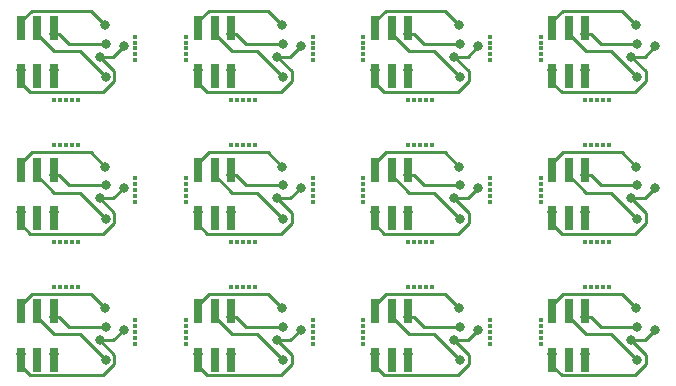
<source format=gbr>
G04 #@! TF.GenerationSoftware,KiCad,Pcbnew,5.0.2-bee76a0~70~ubuntu18.04.1*
G04 #@! TF.CreationDate,2020-01-30T22:42:59+01:00*
G04 #@! TF.ProjectId,schmitt_trigger_adapter,7363686d-6974-4745-9f74-726967676572,rev?*
G04 #@! TF.SameCoordinates,Original*
G04 #@! TF.FileFunction,Copper,L1,Top*
G04 #@! TF.FilePolarity,Positive*
%FSLAX46Y46*%
G04 Gerber Fmt 4.6, Leading zero omitted, Abs format (unit mm)*
G04 Created by KiCad (PCBNEW 5.0.2-bee76a0~70~ubuntu18.04.1) date Thu 30 Jan 2020 10:42:59 PM CET*
%MOMM*%
%LPD*%
G01*
G04 APERTURE LIST*
G04 #@! TA.AperFunction,SMDPad,CuDef*
%ADD10R,0.700000X2.000000*%
G04 #@! TD*
G04 #@! TA.AperFunction,ViaPad*
%ADD11C,0.410000*%
G04 #@! TD*
G04 #@! TA.AperFunction,ViaPad*
%ADD12C,0.800000*%
G04 #@! TD*
G04 #@! TA.AperFunction,Conductor*
%ADD13C,0.250000*%
G04 #@! TD*
G04 APERTURE END LIST*
D10*
G04 #@! TO.P,J1,1*
G04 #@! TO.N,+3V3*
X181700000Y-97950000D03*
G04 #@! TO.P,J1,2*
G04 #@! TO.N,/E1_filtered*
X180300000Y-97950000D03*
G04 #@! TO.P,J1,3*
G04 #@! TO.N,/E0_filtered*
X178900000Y-97950000D03*
G04 #@! TO.P,J1,4*
G04 #@! TO.N,GND*
X178900000Y-102050000D03*
G04 #@! TO.P,J1,6*
G04 #@! TO.N,/LED*
X181700000Y-102050000D03*
G04 #@! TO.P,J1,5*
G04 #@! TO.N,Net-(J1-Pad5)*
X180300000Y-102050000D03*
G04 #@! TD*
G04 #@! TO.P,J1,1*
G04 #@! TO.N,+3V3*
X166700000Y-97950000D03*
G04 #@! TO.P,J1,2*
G04 #@! TO.N,/E1_filtered*
X165300000Y-97950000D03*
G04 #@! TO.P,J1,3*
G04 #@! TO.N,/E0_filtered*
X163900000Y-97950000D03*
G04 #@! TO.P,J1,4*
G04 #@! TO.N,GND*
X163900000Y-102050000D03*
G04 #@! TO.P,J1,6*
G04 #@! TO.N,/LED*
X166700000Y-102050000D03*
G04 #@! TO.P,J1,5*
G04 #@! TO.N,Net-(J1-Pad5)*
X165300000Y-102050000D03*
G04 #@! TD*
G04 #@! TO.P,J1,1*
G04 #@! TO.N,+3V3*
X151700000Y-97950000D03*
G04 #@! TO.P,J1,2*
G04 #@! TO.N,/E1_filtered*
X150300000Y-97950000D03*
G04 #@! TO.P,J1,3*
G04 #@! TO.N,/E0_filtered*
X148900000Y-97950000D03*
G04 #@! TO.P,J1,4*
G04 #@! TO.N,GND*
X148900000Y-102050000D03*
G04 #@! TO.P,J1,6*
G04 #@! TO.N,/LED*
X151700000Y-102050000D03*
G04 #@! TO.P,J1,5*
G04 #@! TO.N,Net-(J1-Pad5)*
X150300000Y-102050000D03*
G04 #@! TD*
G04 #@! TO.P,J1,1*
G04 #@! TO.N,+3V3*
X136700000Y-97950000D03*
G04 #@! TO.P,J1,2*
G04 #@! TO.N,/E1_filtered*
X135300000Y-97950000D03*
G04 #@! TO.P,J1,3*
G04 #@! TO.N,/E0_filtered*
X133900000Y-97950000D03*
G04 #@! TO.P,J1,4*
G04 #@! TO.N,GND*
X133900000Y-102050000D03*
G04 #@! TO.P,J1,6*
G04 #@! TO.N,/LED*
X136700000Y-102050000D03*
G04 #@! TO.P,J1,5*
G04 #@! TO.N,Net-(J1-Pad5)*
X135300000Y-102050000D03*
G04 #@! TD*
G04 #@! TO.P,J1,1*
G04 #@! TO.N,+3V3*
X181700000Y-85950000D03*
G04 #@! TO.P,J1,2*
G04 #@! TO.N,/E1_filtered*
X180300000Y-85950000D03*
G04 #@! TO.P,J1,3*
G04 #@! TO.N,/E0_filtered*
X178900000Y-85950000D03*
G04 #@! TO.P,J1,4*
G04 #@! TO.N,GND*
X178900000Y-90050000D03*
G04 #@! TO.P,J1,6*
G04 #@! TO.N,/LED*
X181700000Y-90050000D03*
G04 #@! TO.P,J1,5*
G04 #@! TO.N,Net-(J1-Pad5)*
X180300000Y-90050000D03*
G04 #@! TD*
G04 #@! TO.P,J1,1*
G04 #@! TO.N,+3V3*
X166700000Y-85950000D03*
G04 #@! TO.P,J1,2*
G04 #@! TO.N,/E1_filtered*
X165300000Y-85950000D03*
G04 #@! TO.P,J1,3*
G04 #@! TO.N,/E0_filtered*
X163900000Y-85950000D03*
G04 #@! TO.P,J1,4*
G04 #@! TO.N,GND*
X163900000Y-90050000D03*
G04 #@! TO.P,J1,6*
G04 #@! TO.N,/LED*
X166700000Y-90050000D03*
G04 #@! TO.P,J1,5*
G04 #@! TO.N,Net-(J1-Pad5)*
X165300000Y-90050000D03*
G04 #@! TD*
G04 #@! TO.P,J1,1*
G04 #@! TO.N,+3V3*
X151700000Y-85950000D03*
G04 #@! TO.P,J1,2*
G04 #@! TO.N,/E1_filtered*
X150300000Y-85950000D03*
G04 #@! TO.P,J1,3*
G04 #@! TO.N,/E0_filtered*
X148900000Y-85950000D03*
G04 #@! TO.P,J1,4*
G04 #@! TO.N,GND*
X148900000Y-90050000D03*
G04 #@! TO.P,J1,6*
G04 #@! TO.N,/LED*
X151700000Y-90050000D03*
G04 #@! TO.P,J1,5*
G04 #@! TO.N,Net-(J1-Pad5)*
X150300000Y-90050000D03*
G04 #@! TD*
G04 #@! TO.P,J1,1*
G04 #@! TO.N,+3V3*
X136700000Y-85950000D03*
G04 #@! TO.P,J1,2*
G04 #@! TO.N,/E1_filtered*
X135300000Y-85950000D03*
G04 #@! TO.P,J1,3*
G04 #@! TO.N,/E0_filtered*
X133900000Y-85950000D03*
G04 #@! TO.P,J1,4*
G04 #@! TO.N,GND*
X133900000Y-90050000D03*
G04 #@! TO.P,J1,6*
G04 #@! TO.N,/LED*
X136700000Y-90050000D03*
G04 #@! TO.P,J1,5*
G04 #@! TO.N,Net-(J1-Pad5)*
X135300000Y-90050000D03*
G04 #@! TD*
G04 #@! TO.P,J1,1*
G04 #@! TO.N,+3V3*
X181700000Y-73950000D03*
G04 #@! TO.P,J1,2*
G04 #@! TO.N,/E1_filtered*
X180300000Y-73950000D03*
G04 #@! TO.P,J1,3*
G04 #@! TO.N,/E0_filtered*
X178900000Y-73950000D03*
G04 #@! TO.P,J1,4*
G04 #@! TO.N,GND*
X178900000Y-78050000D03*
G04 #@! TO.P,J1,6*
G04 #@! TO.N,/LED*
X181700000Y-78050000D03*
G04 #@! TO.P,J1,5*
G04 #@! TO.N,Net-(J1-Pad5)*
X180300000Y-78050000D03*
G04 #@! TD*
G04 #@! TO.P,J1,1*
G04 #@! TO.N,+3V3*
X166700000Y-73950000D03*
G04 #@! TO.P,J1,2*
G04 #@! TO.N,/E1_filtered*
X165300000Y-73950000D03*
G04 #@! TO.P,J1,3*
G04 #@! TO.N,/E0_filtered*
X163900000Y-73950000D03*
G04 #@! TO.P,J1,4*
G04 #@! TO.N,GND*
X163900000Y-78050000D03*
G04 #@! TO.P,J1,6*
G04 #@! TO.N,/LED*
X166700000Y-78050000D03*
G04 #@! TO.P,J1,5*
G04 #@! TO.N,Net-(J1-Pad5)*
X165300000Y-78050000D03*
G04 #@! TD*
G04 #@! TO.P,J1,1*
G04 #@! TO.N,+3V3*
X151700000Y-73950000D03*
G04 #@! TO.P,J1,2*
G04 #@! TO.N,/E1_filtered*
X150300000Y-73950000D03*
G04 #@! TO.P,J1,3*
G04 #@! TO.N,/E0_filtered*
X148900000Y-73950000D03*
G04 #@! TO.P,J1,4*
G04 #@! TO.N,GND*
X148900000Y-78050000D03*
G04 #@! TO.P,J1,6*
G04 #@! TO.N,/LED*
X151700000Y-78050000D03*
G04 #@! TO.P,J1,5*
G04 #@! TO.N,Net-(J1-Pad5)*
X150300000Y-78050000D03*
G04 #@! TD*
G04 #@! TO.P,J1,5*
G04 #@! TO.N,Net-(J1-Pad5)*
X135300000Y-78050000D03*
G04 #@! TO.P,J1,6*
G04 #@! TO.N,/LED*
X136700000Y-78050000D03*
G04 #@! TO.P,J1,4*
G04 #@! TO.N,GND*
X133900000Y-78050000D03*
G04 #@! TO.P,J1,3*
G04 #@! TO.N,/E0_filtered*
X133900000Y-73950000D03*
G04 #@! TO.P,J1,2*
G04 #@! TO.N,/E1_filtered*
X135300000Y-73950000D03*
G04 #@! TO.P,J1,1*
G04 #@! TO.N,+3V3*
X136700000Y-73950000D03*
G04 #@! TD*
D11*
G04 #@! TO.N,*
X143600000Y-74700000D03*
X143600000Y-74700000D03*
X143600000Y-74700000D03*
X143600000Y-75200000D03*
X143600000Y-75700000D03*
X143600000Y-76200000D03*
X143600000Y-76700000D03*
X147900000Y-76700000D03*
X147900000Y-74700000D03*
X147900000Y-75200000D03*
X147900000Y-76200000D03*
X147900000Y-75700000D03*
X147900000Y-74700000D03*
X147900000Y-74700000D03*
X138206586Y-80057817D03*
X136706586Y-80057817D03*
X136706586Y-80057817D03*
X138706586Y-80057817D03*
X137206586Y-80057817D03*
X136706586Y-80057817D03*
X137706586Y-80057817D03*
X136706586Y-83857817D03*
X137206586Y-83857817D03*
X136706586Y-83857817D03*
X138706586Y-83857817D03*
X138206586Y-83857817D03*
X137706586Y-83857817D03*
X136706586Y-83857817D03*
X153706586Y-83857817D03*
X168706586Y-83857817D03*
X183706586Y-83857817D03*
X138706586Y-95857817D03*
X153706586Y-95857817D03*
X168706586Y-95857817D03*
X183706586Y-95857817D03*
X158600000Y-76700000D03*
X173600000Y-76700000D03*
X143600000Y-88700000D03*
X158600000Y-88700000D03*
X173600000Y-88700000D03*
X143600000Y-100700000D03*
X158600000Y-100700000D03*
X173600000Y-100700000D03*
X153206586Y-83857817D03*
X168206586Y-83857817D03*
X183206586Y-83857817D03*
X138206586Y-95857817D03*
X153206586Y-95857817D03*
X168206586Y-95857817D03*
X183206586Y-95857817D03*
X162900000Y-76200000D03*
X177900000Y-76200000D03*
X147900000Y-88200000D03*
X162900000Y-88200000D03*
X177900000Y-88200000D03*
X147900000Y-100200000D03*
X162900000Y-100200000D03*
X177900000Y-100200000D03*
X151706586Y-80057817D03*
X166706586Y-80057817D03*
X181706586Y-80057817D03*
X136706586Y-92057817D03*
X151706586Y-92057817D03*
X166706586Y-92057817D03*
X181706586Y-92057817D03*
X162900000Y-74700000D03*
X177900000Y-74700000D03*
X147900000Y-86700000D03*
X162900000Y-86700000D03*
X177900000Y-86700000D03*
X147900000Y-98700000D03*
X162900000Y-98700000D03*
X177900000Y-98700000D03*
X152706586Y-83857817D03*
X167706586Y-83857817D03*
X182706586Y-83857817D03*
X137706586Y-95857817D03*
X152706586Y-95857817D03*
X167706586Y-95857817D03*
X182706586Y-95857817D03*
X152206586Y-80057817D03*
X167206586Y-80057817D03*
X182206586Y-80057817D03*
X137206586Y-92057817D03*
X152206586Y-92057817D03*
X167206586Y-92057817D03*
X182206586Y-92057817D03*
X162900000Y-74700000D03*
X177900000Y-74700000D03*
X147900000Y-86700000D03*
X162900000Y-86700000D03*
X177900000Y-86700000D03*
X147900000Y-98700000D03*
X162900000Y-98700000D03*
X177900000Y-98700000D03*
X151706586Y-80057817D03*
X166706586Y-80057817D03*
X181706586Y-80057817D03*
X136706586Y-92057817D03*
X151706586Y-92057817D03*
X166706586Y-92057817D03*
X181706586Y-92057817D03*
X153706586Y-80057817D03*
X168706586Y-80057817D03*
X183706586Y-80057817D03*
X138706586Y-92057817D03*
X153706586Y-92057817D03*
X168706586Y-92057817D03*
X183706586Y-92057817D03*
X158600000Y-74700000D03*
X173600000Y-74700000D03*
X143600000Y-86700000D03*
X158600000Y-86700000D03*
X173600000Y-86700000D03*
X143600000Y-98700000D03*
X158600000Y-98700000D03*
X173600000Y-98700000D03*
X151706586Y-83857817D03*
X166706586Y-83857817D03*
X181706586Y-83857817D03*
X136706586Y-95857817D03*
X151706586Y-95857817D03*
X166706586Y-95857817D03*
X181706586Y-95857817D03*
X153206586Y-80057817D03*
X168206586Y-80057817D03*
X183206586Y-80057817D03*
X138206586Y-92057817D03*
X153206586Y-92057817D03*
X168206586Y-92057817D03*
X183206586Y-92057817D03*
X151706586Y-83857817D03*
X166706586Y-83857817D03*
X181706586Y-83857817D03*
X136706586Y-95857817D03*
X151706586Y-95857817D03*
X166706586Y-95857817D03*
X181706586Y-95857817D03*
X162900000Y-76700000D03*
X177900000Y-76700000D03*
X147900000Y-88700000D03*
X162900000Y-88700000D03*
X177900000Y-88700000D03*
X147900000Y-100700000D03*
X162900000Y-100700000D03*
X177900000Y-100700000D03*
X152706586Y-80057817D03*
X167706586Y-80057817D03*
X182706586Y-80057817D03*
X137706586Y-92057817D03*
X152706586Y-92057817D03*
X167706586Y-92057817D03*
X182706586Y-92057817D03*
X151706586Y-83857817D03*
X166706586Y-83857817D03*
X181706586Y-83857817D03*
X136706586Y-95857817D03*
X151706586Y-95857817D03*
X166706586Y-95857817D03*
X181706586Y-95857817D03*
X158600000Y-75200000D03*
X173600000Y-75200000D03*
X143600000Y-87200000D03*
X158600000Y-87200000D03*
X173600000Y-87200000D03*
X143600000Y-99200000D03*
X158600000Y-99200000D03*
X173600000Y-99200000D03*
X152206586Y-83857817D03*
X167206586Y-83857817D03*
X182206586Y-83857817D03*
X137206586Y-95857817D03*
X152206586Y-95857817D03*
X167206586Y-95857817D03*
X182206586Y-95857817D03*
X158600000Y-76200000D03*
X173600000Y-76200000D03*
X143600000Y-88200000D03*
X158600000Y-88200000D03*
X173600000Y-88200000D03*
X143600000Y-100200000D03*
X158600000Y-100200000D03*
X173600000Y-100200000D03*
X158600000Y-75700000D03*
X173600000Y-75700000D03*
X143600000Y-87700000D03*
X158600000Y-87700000D03*
X173600000Y-87700000D03*
X143600000Y-99700000D03*
X158600000Y-99700000D03*
X173600000Y-99700000D03*
X162900000Y-75200000D03*
X177900000Y-75200000D03*
X147900000Y-87200000D03*
X162900000Y-87200000D03*
X177900000Y-87200000D03*
X147900000Y-99200000D03*
X162900000Y-99200000D03*
X177900000Y-99200000D03*
X158600000Y-74700000D03*
X173600000Y-74700000D03*
X143600000Y-86700000D03*
X158600000Y-86700000D03*
X173600000Y-86700000D03*
X143600000Y-98700000D03*
X158600000Y-98700000D03*
X173600000Y-98700000D03*
X162900000Y-74700000D03*
X177900000Y-74700000D03*
X147900000Y-86700000D03*
X162900000Y-86700000D03*
X177900000Y-86700000D03*
X147900000Y-98700000D03*
X162900000Y-98700000D03*
X177900000Y-98700000D03*
X151706586Y-80057817D03*
X166706586Y-80057817D03*
X181706586Y-80057817D03*
X136706586Y-92057817D03*
X151706586Y-92057817D03*
X166706586Y-92057817D03*
X181706586Y-92057817D03*
X162900000Y-75700000D03*
X177900000Y-75700000D03*
X147900000Y-87700000D03*
X162900000Y-87700000D03*
X177900000Y-87700000D03*
X147900000Y-99700000D03*
X162900000Y-99700000D03*
X177900000Y-99700000D03*
X158600000Y-74700000D03*
X173600000Y-74700000D03*
X143600000Y-86700000D03*
X158600000Y-86700000D03*
X173600000Y-86700000D03*
X143600000Y-98700000D03*
X158600000Y-98700000D03*
X173600000Y-98700000D03*
D12*
G04 #@! TO.N,GND*
X133900000Y-77550000D03*
X142625000Y-75500000D03*
X140600000Y-76400000D03*
X157625000Y-75500000D03*
X172625000Y-75500000D03*
X187625000Y-75500000D03*
X142625000Y-87500000D03*
X157625000Y-87500000D03*
X172625000Y-87500000D03*
X187625000Y-87500000D03*
X142625000Y-99500000D03*
X157625000Y-99500000D03*
X172625000Y-99500000D03*
X187625000Y-99500000D03*
X148900000Y-77550000D03*
X163900000Y-77550000D03*
X178900000Y-77550000D03*
X133900000Y-89550000D03*
X148900000Y-89550000D03*
X163900000Y-89550000D03*
X178900000Y-89550000D03*
X133900000Y-101550000D03*
X148900000Y-101550000D03*
X163900000Y-101550000D03*
X178900000Y-101550000D03*
X155600000Y-76400000D03*
X170600000Y-76400000D03*
X185600000Y-76400000D03*
X140600000Y-88400000D03*
X155600000Y-88400000D03*
X170600000Y-88400000D03*
X185600000Y-88400000D03*
X140600000Y-100400000D03*
X155600000Y-100400000D03*
X170600000Y-100400000D03*
X185600000Y-100400000D03*
G04 #@! TO.N,/LED*
X136700000Y-77550000D03*
X151700000Y-77550000D03*
X166700000Y-77550000D03*
X181700000Y-77550000D03*
X136700000Y-89550000D03*
X151700000Y-89550000D03*
X166700000Y-89550000D03*
X181700000Y-89550000D03*
X136700000Y-101550000D03*
X151700000Y-101550000D03*
X166700000Y-101550000D03*
X181700000Y-101550000D03*
G04 #@! TO.N,+3V3*
X141100000Y-75300000D03*
X136700000Y-74450000D03*
X156100000Y-75300000D03*
X171100000Y-75300000D03*
X186100000Y-75300000D03*
X141100000Y-87300000D03*
X156100000Y-87300000D03*
X171100000Y-87300000D03*
X186100000Y-87300000D03*
X141100000Y-99300000D03*
X156100000Y-99300000D03*
X171100000Y-99300000D03*
X186100000Y-99300000D03*
X151700000Y-74450000D03*
X166700000Y-74450000D03*
X181700000Y-74450000D03*
X136700000Y-86450000D03*
X151700000Y-86450000D03*
X166700000Y-86450000D03*
X181700000Y-86450000D03*
X136700000Y-98450000D03*
X151700000Y-98450000D03*
X166700000Y-98450000D03*
X181700000Y-98450000D03*
G04 #@! TO.N,/E0_filtered*
X141000000Y-73700000D03*
X156000000Y-73700000D03*
X171000000Y-73700000D03*
X186000000Y-73700000D03*
X141000000Y-85700000D03*
X156000000Y-85700000D03*
X171000000Y-85700000D03*
X186000000Y-85700000D03*
X141000000Y-97700000D03*
X156000000Y-97700000D03*
X171000000Y-97700000D03*
X186000000Y-97700000D03*
G04 #@! TO.N,/E1_filtered*
X141100000Y-78100000D03*
X156100000Y-78100000D03*
X171100000Y-78100000D03*
X186100000Y-78100000D03*
X141100000Y-90100000D03*
X156100000Y-90100000D03*
X171100000Y-90100000D03*
X186100000Y-90100000D03*
X141100000Y-102100000D03*
X156100000Y-102100000D03*
X171100000Y-102100000D03*
X186100000Y-102100000D03*
G04 #@! TD*
D13*
G04 #@! TO.N,GND*
X142625000Y-75500000D02*
X141725000Y-76400000D01*
X141725000Y-76400000D02*
X140600000Y-76400000D01*
X133900000Y-78585002D02*
X133900000Y-77550000D01*
X134689999Y-79375001D02*
X133900000Y-78585002D01*
X141825001Y-78448001D02*
X140898001Y-79375001D01*
X141825001Y-77625001D02*
X141825001Y-78448001D01*
X140898001Y-79375001D02*
X134689999Y-79375001D01*
X140600000Y-76400000D02*
X141825001Y-77625001D01*
X156825001Y-78448001D02*
X155898001Y-79375001D01*
X171825001Y-78448001D02*
X170898001Y-79375001D01*
X186825001Y-78448001D02*
X185898001Y-79375001D01*
X141825001Y-90448001D02*
X140898001Y-91375001D01*
X156825001Y-90448001D02*
X155898001Y-91375001D01*
X171825001Y-90448001D02*
X170898001Y-91375001D01*
X186825001Y-90448001D02*
X185898001Y-91375001D01*
X141825001Y-102448001D02*
X140898001Y-103375001D01*
X156825001Y-102448001D02*
X155898001Y-103375001D01*
X171825001Y-102448001D02*
X170898001Y-103375001D01*
X186825001Y-102448001D02*
X185898001Y-103375001D01*
X155898001Y-79375001D02*
X149689999Y-79375001D01*
X170898001Y-79375001D02*
X164689999Y-79375001D01*
X185898001Y-79375001D02*
X179689999Y-79375001D01*
X140898001Y-91375001D02*
X134689999Y-91375001D01*
X155898001Y-91375001D02*
X149689999Y-91375001D01*
X170898001Y-91375001D02*
X164689999Y-91375001D01*
X185898001Y-91375001D02*
X179689999Y-91375001D01*
X140898001Y-103375001D02*
X134689999Y-103375001D01*
X155898001Y-103375001D02*
X149689999Y-103375001D01*
X170898001Y-103375001D02*
X164689999Y-103375001D01*
X185898001Y-103375001D02*
X179689999Y-103375001D01*
X148900000Y-78585002D02*
X148900000Y-77550000D01*
X163900000Y-78585002D02*
X163900000Y-77550000D01*
X178900000Y-78585002D02*
X178900000Y-77550000D01*
X133900000Y-90585002D02*
X133900000Y-89550000D01*
X148900000Y-90585002D02*
X148900000Y-89550000D01*
X163900000Y-90585002D02*
X163900000Y-89550000D01*
X178900000Y-90585002D02*
X178900000Y-89550000D01*
X133900000Y-102585002D02*
X133900000Y-101550000D01*
X148900000Y-102585002D02*
X148900000Y-101550000D01*
X163900000Y-102585002D02*
X163900000Y-101550000D01*
X178900000Y-102585002D02*
X178900000Y-101550000D01*
X149689999Y-79375001D02*
X148900000Y-78585002D01*
X164689999Y-79375001D02*
X163900000Y-78585002D01*
X179689999Y-79375001D02*
X178900000Y-78585002D01*
X134689999Y-91375001D02*
X133900000Y-90585002D01*
X149689999Y-91375001D02*
X148900000Y-90585002D01*
X164689999Y-91375001D02*
X163900000Y-90585002D01*
X179689999Y-91375001D02*
X178900000Y-90585002D01*
X134689999Y-103375001D02*
X133900000Y-102585002D01*
X149689999Y-103375001D02*
X148900000Y-102585002D01*
X164689999Y-103375001D02*
X163900000Y-102585002D01*
X179689999Y-103375001D02*
X178900000Y-102585002D01*
X156825001Y-77625001D02*
X156825001Y-78448001D01*
X171825001Y-77625001D02*
X171825001Y-78448001D01*
X186825001Y-77625001D02*
X186825001Y-78448001D01*
X141825001Y-89625001D02*
X141825001Y-90448001D01*
X156825001Y-89625001D02*
X156825001Y-90448001D01*
X171825001Y-89625001D02*
X171825001Y-90448001D01*
X186825001Y-89625001D02*
X186825001Y-90448001D01*
X141825001Y-101625001D02*
X141825001Y-102448001D01*
X156825001Y-101625001D02*
X156825001Y-102448001D01*
X171825001Y-101625001D02*
X171825001Y-102448001D01*
X186825001Y-101625001D02*
X186825001Y-102448001D01*
X155600000Y-76400000D02*
X156825001Y-77625001D01*
X170600000Y-76400000D02*
X171825001Y-77625001D01*
X185600000Y-76400000D02*
X186825001Y-77625001D01*
X140600000Y-88400000D02*
X141825001Y-89625001D01*
X155600000Y-88400000D02*
X156825001Y-89625001D01*
X170600000Y-88400000D02*
X171825001Y-89625001D01*
X185600000Y-88400000D02*
X186825001Y-89625001D01*
X140600000Y-100400000D02*
X141825001Y-101625001D01*
X155600000Y-100400000D02*
X156825001Y-101625001D01*
X170600000Y-100400000D02*
X171825001Y-101625001D01*
X185600000Y-100400000D02*
X186825001Y-101625001D01*
X156725000Y-76400000D02*
X155600000Y-76400000D01*
X171725000Y-76400000D02*
X170600000Y-76400000D01*
X186725000Y-76400000D02*
X185600000Y-76400000D01*
X141725000Y-88400000D02*
X140600000Y-88400000D01*
X156725000Y-88400000D02*
X155600000Y-88400000D01*
X171725000Y-88400000D02*
X170600000Y-88400000D01*
X186725000Y-88400000D02*
X185600000Y-88400000D01*
X141725000Y-100400000D02*
X140600000Y-100400000D01*
X156725000Y-100400000D02*
X155600000Y-100400000D01*
X171725000Y-100400000D02*
X170600000Y-100400000D01*
X186725000Y-100400000D02*
X185600000Y-100400000D01*
X157625000Y-75500000D02*
X156725000Y-76400000D01*
X172625000Y-75500000D02*
X171725000Y-76400000D01*
X187625000Y-75500000D02*
X186725000Y-76400000D01*
X142625000Y-87500000D02*
X141725000Y-88400000D01*
X157625000Y-87500000D02*
X156725000Y-88400000D01*
X172625000Y-87500000D02*
X171725000Y-88400000D01*
X187625000Y-87500000D02*
X186725000Y-88400000D01*
X142625000Y-99500000D02*
X141725000Y-100400000D01*
X157625000Y-99500000D02*
X156725000Y-100400000D01*
X172625000Y-99500000D02*
X171725000Y-100400000D01*
X187625000Y-99500000D02*
X186725000Y-100400000D01*
G04 #@! TO.N,+3V3*
X136700000Y-74450000D02*
X137150000Y-74450000D01*
X137150000Y-74450000D02*
X138000000Y-75300000D01*
X138000000Y-75300000D02*
X141100000Y-75300000D01*
X153000000Y-75300000D02*
X156100000Y-75300000D01*
X168000000Y-75300000D02*
X171100000Y-75300000D01*
X183000000Y-75300000D02*
X186100000Y-75300000D01*
X138000000Y-87300000D02*
X141100000Y-87300000D01*
X153000000Y-87300000D02*
X156100000Y-87300000D01*
X168000000Y-87300000D02*
X171100000Y-87300000D01*
X183000000Y-87300000D02*
X186100000Y-87300000D01*
X138000000Y-99300000D02*
X141100000Y-99300000D01*
X153000000Y-99300000D02*
X156100000Y-99300000D01*
X168000000Y-99300000D02*
X171100000Y-99300000D01*
X183000000Y-99300000D02*
X186100000Y-99300000D01*
X151700000Y-74450000D02*
X152150000Y-74450000D01*
X166700000Y-74450000D02*
X167150000Y-74450000D01*
X181700000Y-74450000D02*
X182150000Y-74450000D01*
X136700000Y-86450000D02*
X137150000Y-86450000D01*
X151700000Y-86450000D02*
X152150000Y-86450000D01*
X166700000Y-86450000D02*
X167150000Y-86450000D01*
X181700000Y-86450000D02*
X182150000Y-86450000D01*
X136700000Y-98450000D02*
X137150000Y-98450000D01*
X151700000Y-98450000D02*
X152150000Y-98450000D01*
X166700000Y-98450000D02*
X167150000Y-98450000D01*
X181700000Y-98450000D02*
X182150000Y-98450000D01*
X152150000Y-74450000D02*
X153000000Y-75300000D01*
X167150000Y-74450000D02*
X168000000Y-75300000D01*
X182150000Y-74450000D02*
X183000000Y-75300000D01*
X137150000Y-86450000D02*
X138000000Y-87300000D01*
X152150000Y-86450000D02*
X153000000Y-87300000D01*
X167150000Y-86450000D02*
X168000000Y-87300000D01*
X182150000Y-86450000D02*
X183000000Y-87300000D01*
X137150000Y-98450000D02*
X138000000Y-99300000D01*
X152150000Y-98450000D02*
X153000000Y-99300000D01*
X167150000Y-98450000D02*
X168000000Y-99300000D01*
X182150000Y-98450000D02*
X183000000Y-99300000D01*
G04 #@! TO.N,/E0_filtered*
X141000000Y-73700000D02*
X139800000Y-72500000D01*
X133900000Y-73414998D02*
X133900000Y-74450000D01*
X134814998Y-72500000D02*
X133900000Y-73414998D01*
X139800000Y-72500000D02*
X134814998Y-72500000D01*
X148900000Y-73414998D02*
X148900000Y-74450000D01*
X163900000Y-73414998D02*
X163900000Y-74450000D01*
X178900000Y-73414998D02*
X178900000Y-74450000D01*
X133900000Y-85414998D02*
X133900000Y-86450000D01*
X148900000Y-85414998D02*
X148900000Y-86450000D01*
X163900000Y-85414998D02*
X163900000Y-86450000D01*
X178900000Y-85414998D02*
X178900000Y-86450000D01*
X133900000Y-97414998D02*
X133900000Y-98450000D01*
X148900000Y-97414998D02*
X148900000Y-98450000D01*
X163900000Y-97414998D02*
X163900000Y-98450000D01*
X178900000Y-97414998D02*
X178900000Y-98450000D01*
X149814998Y-72500000D02*
X148900000Y-73414998D01*
X164814998Y-72500000D02*
X163900000Y-73414998D01*
X179814998Y-72500000D02*
X178900000Y-73414998D01*
X134814998Y-84500000D02*
X133900000Y-85414998D01*
X149814998Y-84500000D02*
X148900000Y-85414998D01*
X164814998Y-84500000D02*
X163900000Y-85414998D01*
X179814998Y-84500000D02*
X178900000Y-85414998D01*
X134814998Y-96500000D02*
X133900000Y-97414998D01*
X149814998Y-96500000D02*
X148900000Y-97414998D01*
X164814998Y-96500000D02*
X163900000Y-97414998D01*
X179814998Y-96500000D02*
X178900000Y-97414998D01*
X156000000Y-73700000D02*
X154800000Y-72500000D01*
X171000000Y-73700000D02*
X169800000Y-72500000D01*
X186000000Y-73700000D02*
X184800000Y-72500000D01*
X141000000Y-85700000D02*
X139800000Y-84500000D01*
X156000000Y-85700000D02*
X154800000Y-84500000D01*
X171000000Y-85700000D02*
X169800000Y-84500000D01*
X186000000Y-85700000D02*
X184800000Y-84500000D01*
X141000000Y-97700000D02*
X139800000Y-96500000D01*
X156000000Y-97700000D02*
X154800000Y-96500000D01*
X171000000Y-97700000D02*
X169800000Y-96500000D01*
X186000000Y-97700000D02*
X184800000Y-96500000D01*
X154800000Y-72500000D02*
X149814998Y-72500000D01*
X169800000Y-72500000D02*
X164814998Y-72500000D01*
X184800000Y-72500000D02*
X179814998Y-72500000D01*
X139800000Y-84500000D02*
X134814998Y-84500000D01*
X154800000Y-84500000D02*
X149814998Y-84500000D01*
X169800000Y-84500000D02*
X164814998Y-84500000D01*
X184800000Y-84500000D02*
X179814998Y-84500000D01*
X139800000Y-96500000D02*
X134814998Y-96500000D01*
X154800000Y-96500000D02*
X149814998Y-96500000D01*
X169800000Y-96500000D02*
X164814998Y-96500000D01*
X184800000Y-96500000D02*
X179814998Y-96500000D01*
G04 #@! TO.N,/E1_filtered*
X141100000Y-78100000D02*
X138900000Y-75900000D01*
X136750000Y-75900000D02*
X135300000Y-74450000D01*
X138900000Y-75900000D02*
X136750000Y-75900000D01*
X151750000Y-75900000D02*
X150300000Y-74450000D01*
X166750000Y-75900000D02*
X165300000Y-74450000D01*
X181750000Y-75900000D02*
X180300000Y-74450000D01*
X136750000Y-87900000D02*
X135300000Y-86450000D01*
X151750000Y-87900000D02*
X150300000Y-86450000D01*
X166750000Y-87900000D02*
X165300000Y-86450000D01*
X181750000Y-87900000D02*
X180300000Y-86450000D01*
X136750000Y-99900000D02*
X135300000Y-98450000D01*
X151750000Y-99900000D02*
X150300000Y-98450000D01*
X166750000Y-99900000D02*
X165300000Y-98450000D01*
X181750000Y-99900000D02*
X180300000Y-98450000D01*
X156100000Y-78100000D02*
X153900000Y-75900000D01*
X171100000Y-78100000D02*
X168900000Y-75900000D01*
X186100000Y-78100000D02*
X183900000Y-75900000D01*
X141100000Y-90100000D02*
X138900000Y-87900000D01*
X156100000Y-90100000D02*
X153900000Y-87900000D01*
X171100000Y-90100000D02*
X168900000Y-87900000D01*
X186100000Y-90100000D02*
X183900000Y-87900000D01*
X141100000Y-102100000D02*
X138900000Y-99900000D01*
X156100000Y-102100000D02*
X153900000Y-99900000D01*
X171100000Y-102100000D02*
X168900000Y-99900000D01*
X186100000Y-102100000D02*
X183900000Y-99900000D01*
X153900000Y-75900000D02*
X151750000Y-75900000D01*
X168900000Y-75900000D02*
X166750000Y-75900000D01*
X183900000Y-75900000D02*
X181750000Y-75900000D01*
X138900000Y-87900000D02*
X136750000Y-87900000D01*
X153900000Y-87900000D02*
X151750000Y-87900000D01*
X168900000Y-87900000D02*
X166750000Y-87900000D01*
X183900000Y-87900000D02*
X181750000Y-87900000D01*
X138900000Y-99900000D02*
X136750000Y-99900000D01*
X153900000Y-99900000D02*
X151750000Y-99900000D01*
X168900000Y-99900000D02*
X166750000Y-99900000D01*
X183900000Y-99900000D02*
X181750000Y-99900000D01*
G04 #@! TD*
M02*

</source>
